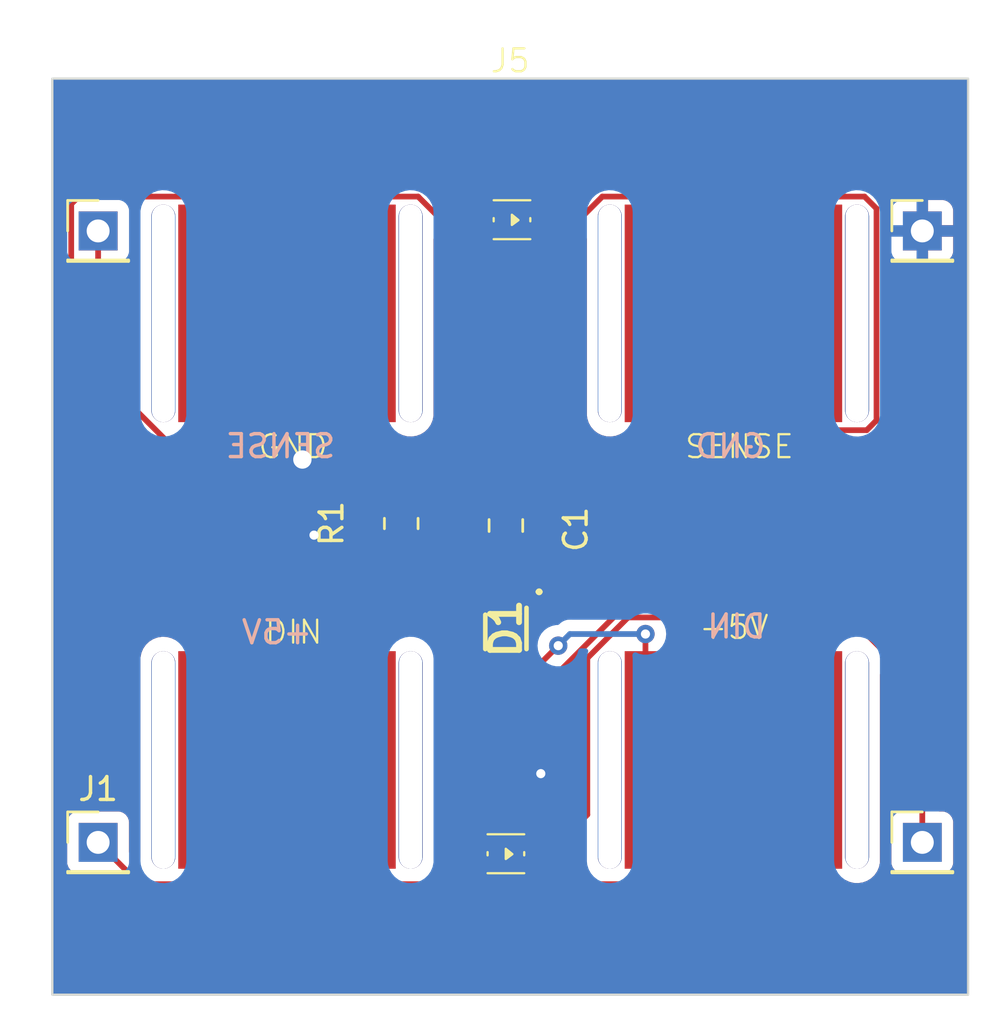
<source format=kicad_pcb>
(kicad_pcb (version 20221018) (generator pcbnew)
  (title_block (title "Bottom Block PCB") (date "2024-02-10") (rev "1.0") (company "Block Party"))
  (layers (0 "F.Cu" signal) (31 "B.Cu" signal) (34 "B.Paste" user) (35 "F.Paste" user) (36 "B.SilkS" user "B.Silkscreen") (37 "F.SilkS" user "F.Silkscreen") (38 "B.Mask" user) (39 "F.Mask" user) (44 "Edge.Cuts" user))
  (net 0 "")
  (net 1 "D5V")
  (net 2 "GND")
  (net 3 "+5V")
  (net 4 "DOUT")
  (net 5 "SENSE")
  (net 6 "DIN")
  (net 7 "Net-(LED1-DI)")
  (footprint "Connector_PinHeader_2.54mm:PinHeader_1x01_P2.54mm_Vertical" (layer "F.Cu") (at 141.7 92.41)
    (fp_text reference "J1" (at 0 -2.33) (layer "F.SilkS"))
    (fp_text value "~")
    (fp_line (start -1.33 -1.33) (end 0 -1.33) (stroke (width 0.12)) (layer "F.SilkS"))
    (fp_line (start -1.33 0) (end -1.33 -1.33) (stroke (width 0.12)) (layer "F.SilkS"))
    (fp_line (start -1.33 1.27) (end -1.33 1.33) (stroke (width 0.12)) (layer "F.SilkS"))
    (fp_line (start -1.33 1.27) (end 1.33 1.27) (stroke (width 0.12)) (layer "F.SilkS"))
    (fp_line (start -1.33 1.33) (end 1.33 1.33) (stroke (width 0.12)) (layer "F.SilkS"))
    (fp_line (start 1.33 1.27) (end 1.33 1.33) (stroke (width 0.12)) (layer "F.SilkS"))
    (pad "1" thru_hole rect (at 0 0) (size 1.7 1.7) (drill 1) (layers "*.Cu" "*.Mask") (net 3 "+5V"))
  )
  (footprint "Quinn_lib:XL-1615RGBC-WS2812B" (layer "F.Cu") (at 159.512 92.906 180)
    (fp_text reference "LED1" hide)
    (fp_text value "~")
    (fp_line (start -0.8 -0.85) (end 0.8 -0.85) (stroke (width 0.1)) (layer "F.SilkS"))
    (fp_line (start -0.8 -0.07) (end -0.8 0.07) (stroke (width 0.1)) (layer "F.SilkS"))
    (fp_line (start -0.8 0.85) (end 0.8 0.85) (stroke (width 0.1)) (layer "F.SilkS"))
    (fp_line (start 0.8 -0.07) (end 0.8 0.07) (stroke (width 0.1)) (layer "F.SilkS"))
    (fp_poly (pts (xy -0.282535 -0.017658) (xy 0.005886 -0.22956) (xy 0.005886 0.217788)) (stroke (width 0.1)) (fill solid) (layer "F.SilkS"))
    (pad "1" smd rect (at -0.75 -0.45 180) (size 0.8 0.65) (layers "F.Cu" "F.Paste" "F.Mask") (net 4 "DOUT"))
    (pad "2" smd rect (at 0.75 -0.45 180) (size 0.8 0.65) (layers "F.Cu" "F.Paste" "F.Mask") (net 1 "D5V"))
    (pad "3" smd rect (at -0.75 0.45 180) (size 0.8 0.65) (layers "F.Cu" "F.Paste" "F.Mask") (net 2 "GND"))
    (pad "4" smd rect (at 0.75 0.45 180) (size 0.8 0.65) (layers "F.Cu" "F.Paste" "F.Mask") (net 7 "Net-(LED1-DI)"))
  )
  (footprint "Connector_PinHeader_2.54mm:PinHeader_1x01_P2.54mm_Vertical" (layer "F.Cu") (at 177.7 92.41)
    (fp_text reference "J2" hide)
    (fp_text value "~")
    (fp_line (start -1.33 -1.33) (end 0 -1.33) (stroke (width 0.12)) (layer "F.SilkS"))
    (fp_line (start -1.33 0) (end -1.33 -1.33) (stroke (width 0.12)) (layer "F.SilkS"))
    (fp_line (start -1.33 1.27) (end -1.33 1.33) (stroke (width 0.12)) (layer "F.SilkS"))
    (fp_line (start -1.33 1.27) (end 1.33 1.27) (stroke (width 0.12)) (layer "F.SilkS"))
    (fp_line (start -1.33 1.33) (end 1.33 1.33) (stroke (width 0.12)) (layer "F.SilkS"))
    (fp_line (start 1.33 1.27) (end 1.33 1.33) (stroke (width 0.12)) (layer "F.SilkS"))
    (pad "1" thru_hole rect (at 0 0) (size 1.7 1.7) (drill 1) (layers "*.Cu" "*.Mask") (net 4 "DOUT"))
  )
  (footprint "Quinn_lib:XL-1615RGBC-WS2812B" (layer "F.Cu") (at 159.778 65.22 180)
    (fp_text reference "LED2" hide)
    (fp_text value "~" hide)
    (fp_line (start -0.8 -0.85) (end 0.8 -0.85) (stroke (width 0.1)) (layer "F.SilkS"))
    (fp_line (start -0.8 -0.07) (end -0.8 0.07) (stroke (width 0.1)) (layer "F.SilkS"))
    (fp_line (start -0.8 0.85) (end 0.8 0.85) (stroke (width 0.1)) (layer "F.SilkS"))
    (fp_line (start 0.8 -0.07) (end 0.8 0.07) (stroke (width 0.1)) (layer "F.SilkS"))
    (fp_poly (pts (xy -0.282535 -0.017658) (xy 0.005886 -0.22956) (xy 0.005886 0.217788)) (stroke (width 0.1)) (fill solid) (layer "F.SilkS"))
    (pad "1" smd rect (at -0.75 -0.45 180) (size 0.8 0.65) (layers "F.Cu" "F.Paste" "F.Mask") (net 7 "Net-(LED1-DI)"))
    (pad "2" smd rect (at 0.75 -0.45 180) (size 0.8 0.65) (layers "F.Cu" "F.Paste" "F.Mask") (net 1 "D5V"))
    (pad "3" smd rect (at -0.75 0.45 180) (size 0.8 0.65) (layers "F.Cu" "F.Paste" "F.Mask") (net 2 "GND"))
    (pad "4" smd rect (at 0.75 0.45 180) (size 0.8 0.65) (layers "F.Cu" "F.Paste" "F.Mask") (net 6 "DIN"))
  )
  (footprint "Quinn_lib:Bottom Block Connector" (layer "F.Cu") (at 159.7 79.06)
    (fp_text reference "J5" (at 0 -20.78 unlocked) (layer "F.SilkS") (effects (font (thickness 0.1))))
    (fp_text value "~")
    (fp_text user "+5V" (at 8.18178 4.545433 unlocked) (layer "F.SilkS") (effects (font (thickness 0.1)) (justify left bottom)))
    (fp_text user "SENSE" (at 7.561948 -3.347092 unlocked) (layer "F.SilkS") (effects (font (thickness 0.1)) (justify left bottom)))
    (fp_text user "GND" (at -11.074329 -3.347092 unlocked) (layer "F.SilkS") (effects (font (thickness 0.1)) (justify left bottom)))
    (fp_text user "DIN" (at -10.785074 4.752044 unlocked) (layer "F.SilkS") (effects (font (thickness 0.1)) (justify left bottom)))
    (pad "1" smd rect (at -9.75 -9.75) (size 9.5 9.5) (layers "F.Cu" "F.Paste" "F.Mask") (net 2 "GND"))
    (pad "2" smd rect (at 9.75 -9.75) (size 9.5 9.5) (layers "F.Cu" "F.Paste" "F.Mask") (net 5 "SENSE"))
    (pad "3" smd rect (at -9.75 9.75) (size 9.5 9.5) (layers "F.Cu" "F.Paste" "F.Mask") (net 6 "DIN"))
    (pad "4" smd rect (at 9.75 9.75) (size 9.5 9.5) (layers "F.Cu" "F.Paste" "F.Mask") (net 3 "+5V"))
    (pad "5" thru_hole oval (at -15.15 -9.75) (size 1.05 9.5) (drill oval 1 9.75) (layers "*.Mask"))
    (pad "5" thru_hole oval (at -15.15 9.75) (size 1.05 9.5) (drill oval 1 9.75) (layers "*.Mask"))
    (pad "5" thru_hole oval (at -4.35 -9.75) (size 1.05 9.5) (drill oval 1 9.75) (layers "*.Mask"))
    (pad "5" thru_hole oval (at -4.35 9.75) (size 1.05 9.5) (drill oval 1 9.75) (layers "*.Mask"))
    (pad "5" thru_hole oval (at 4.35 -9.75) (size 1.05 9.5) (drill oval 1 9.75) (layers "*.Mask"))
    (pad "5" thru_hole oval (at 4.35 9.75) (size 1.05 9.5) (drill oval 1 9.75) (layers "*.Mask"))
    (pad "5" thru_hole oval (at 15.15 -9.75) (size 1.05 9.5) (drill oval 1 9.75) (layers "*.Mask"))
    (pad "5" thru_hole oval (at 15.15 9.75) (size 1.05 9.5) (drill oval 1 9.75) (layers "*.Mask"))
  )
  (footprint "Connector_PinHeader_2.54mm:PinHeader_1x01_P2.54mm_Vertical" (layer "F.Cu") (at 141.7 65.71)
    (fp_text reference "J3" hide)
    (fp_text value "~")
    (fp_line (start -1.33 -1.33) (end 0 -1.33) (stroke (width 0.12)) (layer "F.SilkS"))
    (fp_line (start -1.33 0) (end -1.33 -1.33) (stroke (width 0.12)) (layer "F.SilkS"))
    (fp_line (start -1.33 1.27) (end -1.33 1.33) (stroke (width 0.12)) (layer "F.SilkS"))
    (fp_line (start -1.33 1.27) (end 1.33 1.27) (stroke (width 0.12)) (layer "F.SilkS"))
    (fp_line (start -1.33 1.33) (end 1.33 1.33) (stroke (width 0.12)) (layer "F.SilkS"))
    (fp_line (start 1.33 1.27) (end 1.33 1.33) (stroke (width 0.12)) (layer "F.SilkS"))
    (pad "1" thru_hole rect (at 0 0) (size 1.7 1.7) (drill 1) (layers "*.Cu" "*.Mask") (net 5 "SENSE"))
  )
  (footprint "Capacitor_SMD:C_0805_2012Metric" (layer "F.Cu") (at 159.512 78.573281 90)
    (fp_text reference "C1" (at -0.166719 3.048 90) (layer "F.SilkS"))
    (fp_text value "3.3uF")
    (fp_line (start -0.261252 -0.735) (end 0.261252 -0.735) (stroke (width 0.12)) (layer "F.SilkS"))
    (fp_line (start -0.261252 0.735) (end 0.261252 0.735) (stroke (width 0.12)) (layer "F.SilkS"))
    (pad "1" smd roundrect (at -0.95 0 90) (size 1 1.45) (layers "F.Cu" "F.Paste" "F.Mask") (net 1 "D5V"))
    (pad "2" smd roundrect (at 0.95 0 90) (size 1 1.45) (layers "F.Cu" "F.Paste" "F.Mask") (net 2 "GND"))
  )
  (footprint "Connector_PinHeader_2.54mm:PinHeader_1x01_P2.54mm_Vertical" (layer "F.Cu") (at 177.7 65.71)
    (fp_text reference "J4" hide)
    (fp_text value "~")
    (fp_line (start -1.33 -1.33) (end 0 -1.33) (stroke (width 0.12)) (layer "F.SilkS"))
    (fp_line (start -1.33 0) (end -1.33 -1.33) (stroke (width 0.12)) (layer "F.SilkS"))
    (fp_line (start -1.33 1.27) (end -1.33 1.33) (stroke (width 0.12)) (layer "F.SilkS"))
    (fp_line (start -1.33 1.27) (end 1.33 1.27) (stroke (width 0.12)) (layer "F.SilkS"))
    (fp_line (start -1.33 1.33) (end 1.33 1.33) (stroke (width 0.12)) (layer "F.SilkS"))
    (fp_line (start 1.33 1.27) (end 1.33 1.33) (stroke (width 0.12)) (layer "F.SilkS"))
    (pad "1" thru_hole rect (at 0 0) (size 1.7 1.7) (drill 1) (layers "*.Cu" "*.Mask") (net 2 "GND"))
  )
  (footprint "Resistor_SMD:R_0805_2012Metric" (layer "F.Cu") (at 154.94 78.486 -90)
    (fp_text reference "R1" (at 0 3.048 90) (layer "F.SilkS"))
    (fp_text value "10k")
    (fp_line (start -0.227064 -0.735) (end 0.227064 -0.735) (stroke (width 0.12)) (layer "F.SilkS"))
    (fp_line (start -0.227064 0.735) (end 0.227064 0.735) (stroke (width 0.12)) (layer "F.SilkS"))
    (pad "1" smd roundrect (at -0.9125 0 270) (size 1.025 1.4) (layers "F.Cu" "F.Paste" "F.Mask") (roundrect_rratio 0.243902) (net 5 "SENSE"))
    (pad "2" smd roundrect (at 0.9125 0 270) (size 1.025 1.4) (layers "F.Cu" "F.Paste" "F.Mask") (roundrect_rratio 0.243902) (net 2 "GND"))
  )
  (footprint "KiCad:1N4007W" (layer "F.Cu") (at 159.512 83.068259 -90)
    (fp_text reference "D1" (at 0 0 90) (layer "F.SilkS") (effects (font (size 1.27 1.27) (thickness 0.254))))
    (fp_text value "1N4007W" hide)
    (fp_line (start -1.6 -1.5) (end -1.6 -1.5) (stroke (width 0.2)) (layer "F.SilkS"))
    (fp_line (start -1.6 -1.5) (end -1.6 -1.4) (stroke (width 0.2)) (layer "F.SilkS"))
    (fp_line (start -1.6 -1.4) (end -1.6 -1.4) (stroke (width 0.2)) (layer "F.SilkS"))
    (fp_line (start -0.9 -0.9) (end 0.9 -0.9) (stroke (width 0.2)) (layer "F.SilkS"))
    (fp_line (start -0.6 0.9) (end 0.9 0.9) (stroke (width 0.2)) (layer "F.SilkS"))
    (fp_arc (start -1.6 -1.5) (mid -1.55 -1.45) (end -1.6 -1.4) (stroke (width 0.2)) (layer "F.SilkS"))
    (fp_arc (start -1.6 -1.4) (mid -1.65 -1.45) (end -1.6 -1.5) (stroke (width 0.2)) (layer "F.SilkS"))
    (pad "1" smd rect (at -1.6 0) (size 1.2 1.2) (layers "F.Cu" "F.Paste" "F.Mask") (net 1 "D5V"))
    (pad "2" smd rect (at 1.6 0) (size 1.2 1.2) (layers "F.Cu" "F.Paste" "F.Mask") (net 3 "+5V"))
  )
  (gr_rect (start 139.7 59.06) (end 179.7 99.06) (stroke (width 0.1)) (fill none) (layer "Edge.Cuts"))
  (gr_text "GND" (at 170.942 75.692) (layer "B.SilkS") (effects (font (size 1 1)) (justify left bottom mirror)))
  (gr_text "+5V" (at 151.13 83.82) (layer "B.SilkS") (effects (font (size 1 1)) (justify left bottom mirror)))
  (gr_text "SENSE" (at 152.146 75.692) (layer "B.SilkS") (effects (font (size 1 1)) (justify left bottom mirror)))
  (gr_text "DIN" (at 170.942 83.566) (layer "B.SilkS") (effects (font (size 1 1)) (justify left bottom mirror)))
  (segment (start 140.85 64.21) (end 140.525 64.535) (width 0.25) (layer "F.Cu") (net 1))
  (segment (start 158.112 93.356) (end 158.037 93.281) (width 0.25) (layer "F.Cu") (net 1))
  (segment (start 158.771281 80.264) (end 159.512 79.523281) (width 0.25) (layer "F.Cu") (net 1))
  (segment (start 158.037 82.943259) (end 159.512 81.468259) (width 0.25) (layer "F.Cu") (net 1))
  (segment (start 155.677082 64.21) (end 140.85 64.21) (width 0.25) (layer "F.Cu") (net 1))
  (segment (start 158.037 93.281) (end 158.037 82.943259) (width 0.25) (layer "F.Cu") (net 1))
  (segment (start 157.137082 65.67) (end 155.677082 64.21) (width 0.25) (layer "F.Cu") (net 1))
  (segment (start 148.844 80.264) (end 158.771281 80.264) (width 0.25) (layer "F.Cu") (net 1))
  (segment (start 158.762 93.356) (end 158.112 93.356) (width 0.25) (layer "F.Cu") (net 1))
  (segment (start 140.525 64.535) (end 140.525 71.945) (width 0.25) (layer "F.Cu") (net 1))
  (segment (start 159.512 79.523281) (end 159.512 81.468259) (width 0.25) (layer "F.Cu") (net 1))
  (segment (start 159.028 65.67) (end 157.137082 65.67) (width 0.25) (layer "F.Cu") (net 1))
  (segment (start 140.525 71.945) (end 148.844 80.264) (width 0.25) (layer "F.Cu") (net 1))
  (segment (start 149.95 75.02) (end 149.95 69.31) (width 2) (layer "F.Cu") (net 2))
  (segment (start 150.622 75.692) (end 149.95 75.02) (width 2) (layer "F.Cu") (net 2))
  (via (at 161.036 89.408) (size 0.8) (drill 0.4) (layers "F.Cu" "B.Cu") (net 2))
  (via (at 150.622 75.692) (size 2) (drill 0.8) (layers "F.Cu" "B.Cu") (net 2))
  (via (at 151.13 78.994) (size 0.8) (drill 0.4) (layers "F.Cu" "B.Cu") (net 2))
  (segment (start 169.45 88.81) (end 165.608 84.968) (width 0.25) (layer "F.Cu") (net 3))
  (segment (start 143.524 94.234) (end 141.7 92.41) (width 0.25) (layer "F.Cu") (net 3))
  (segment (start 160.949741 84.668259) (end 159.512 84.668259) (width 0.25) (layer "F.Cu") (net 3))
  (segment (start 169.45 88.81) (end 169.45 93.81) (width 0.25) (layer "F.Cu") (net 3))
  (segment (start 161.798 83.82) (end 160.949741 84.668259) (width 0.25) (layer "F.Cu") (net 3))
  (segment (start 169.45 93.81) (end 169.026 94.234) (width 0.25) (layer "F.Cu") (net 3))
  (segment (start 165.608 84.968) (end 165.608 83.312) (width 0.25) (layer "F.Cu") (net 3))
  (segment (start 169.026 94.234) (end 143.524 94.234) (width 0.25) (layer "F.Cu") (net 3))
  (via (at 161.798 83.82) (size 0.8) (drill 0.4) (layers "F.Cu" "B.Cu") (net 3))
  (via (at 165.608 83.312) (size 0.8) (drill 0.4) (layers "F.Cu" "B.Cu") (net 3))
  (segment (start 165.608 83.312) (end 162.306 83.312) (width 0.25) (layer "B.Cu") (net 3))
  (segment (start 162.306 83.312) (end 161.798 83.82) (width 0.25) (layer "B.Cu") (net 3))
  (segment (start 164.845918 82.587) (end 174.535 82.587) (width 0.25) (layer "F.Cu") (net 4))
  (segment (start 163.068 91.2) (end 163.068 84.364918) (width 0.25) (layer "F.Cu") (net 4))
  (segment (start 174.535 82.587) (end 177.7 85.752) (width 0.25) (layer "F.Cu") (net 4))
  (segment (start 177.7 85.752) (end 177.7 92.41) (width 0.25) (layer "F.Cu") (net 4))
  (segment (start 163.068 84.364918) (end 164.845918 82.587) (width 0.25) (layer "F.Cu") (net 4))
  (segment (start 160.262 93.356) (end 160.912 93.356) (width 0.25) (layer "F.Cu") (net 4))
  (segment (start 160.912 93.356) (end 163.068 91.2) (width 0.25) (layer "F.Cu") (net 4))
  (segment (start 169.45 74.31) (end 165.311719 78.448281) (width 0.25) (layer "F.Cu") (net 5))
  (segment (start 147.386418 77.5735) (end 141.7 71.887082) (width 0.25) (layer "F.Cu") (net 5))
  (segment (start 155.814781 78.448281) (end 154.94 77.5735) (width 0.25) (layer "F.Cu") (net 5))
  (segment (start 169.45 69.31) (end 169.45 74.31) (width 0.25) (layer "F.Cu") (net 5))
  (segment (start 141.7 71.887082) (end 141.7 65.71) (width 0.25) (layer "F.Cu") (net 5))
  (segment (start 165.311719 78.448281) (end 155.814781 78.448281) (width 0.25) (layer "F.Cu") (net 5))
  (segment (start 154.94 77.5735) (end 147.386418 77.5735) (width 0.25) (layer "F.Cu") (net 5))
  (segment (start 139.954 73.814) (end 149.95 83.81) (width 0.25) (layer "F.Cu") (net 6))
  (segment (start 139.954 64.469604) (end 139.954 73.814) (width 0.25) (layer "F.Cu") (net 6))
  (segment (start 149.95 83.81) (end 149.95 88.81) (width 0.25) (layer "F.Cu") (net 6))
  (segment (start 140.663604 63.76) (end 139.954 64.469604) (width 0.25) (layer "F.Cu") (net 6))
  (segment (start 159.028 64.77) (end 158.018 63.76) (width 0.25) (layer "F.Cu") (net 6))
  (segment (start 158.018 63.76) (end 140.663604 63.76) (width 0.25) (layer "F.Cu") (net 6))
  (segment (start 158.762 88.034522) (end 172.386522 74.41) (width 0.25) (layer "F.Cu") (net 7))
  (segment (start 175.177082 64.21) (end 163.722918 64.21) (width 0.25) (layer "F.Cu") (net 7))
  (segment (start 175.7 73.982) (end 175.7 64.732918) (width 0.25) (layer "F.Cu") (net 7))
  (segment (start 162.262918 65.67) (end 160.528 65.67) (width 0.25) (layer "F.Cu") (net 7))
  (segment (start 175.272 74.41) (end 175.7 73.982) (width 0.25) (layer "F.Cu") (net 7))
  (segment (start 172.386522 74.41) (end 175.272 74.41) (width 0.25) (layer "F.Cu") (net 7))
  (segment (start 175.7 64.732918) (end 175.177082 64.21) (width 0.25) (layer "F.Cu") (net 7))
  (segment (start 158.762 92.456) (end 158.762 88.034522) (width 0.25) (layer "F.Cu") (net 7))
  (segment (start 163.722918 64.21) (end 162.262918 65.67) (width 0.25) (layer "F.Cu") (net 7))
  (zone (net 2) (net_name "GND") (layers "F&B.Cu") (connect_pads (clearance 0.5)) (min_thickness 0.25) (fill yes (thermal_gap 0.5) (thermal_bridge_width 0.5))
    (polygon (pts (xy 137.414 55.626) (xy 181.356 55.626) (xy 181.356 100.33) (xy 137.414 100.33)))
  )
)
</source>
